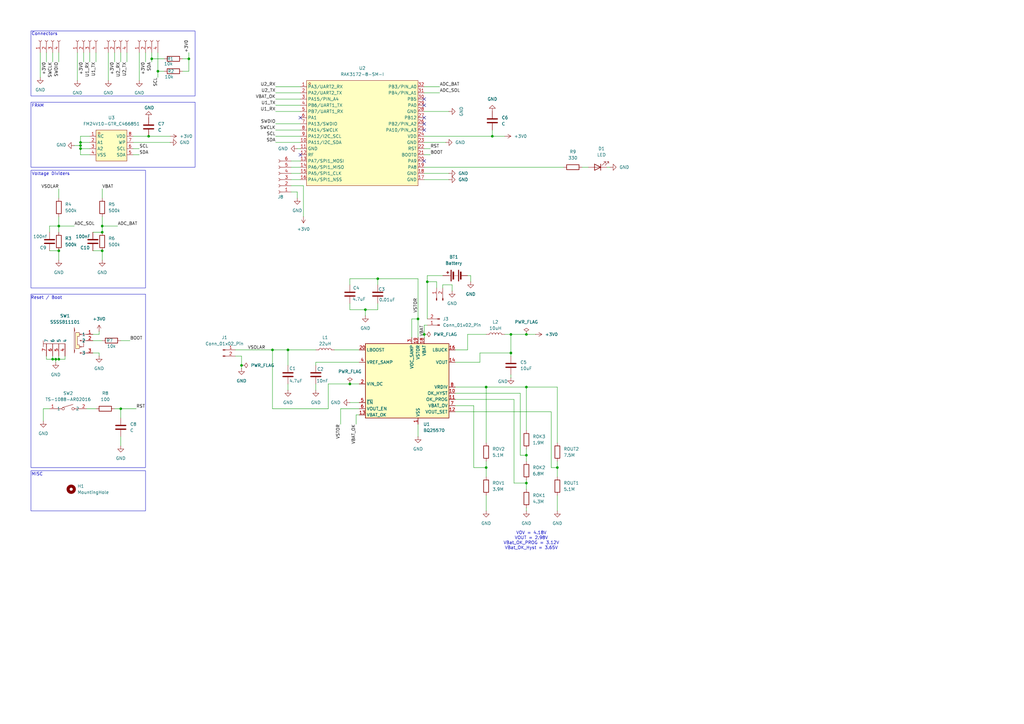
<source format=kicad_sch>
(kicad_sch (version 20250114) (generator "eeschema") (generator_version "9.0")
  (paper "A3")
  (lib_symbols
    (symbol "Battery_Management:BQ25570"
      (property "Reference" "U1" (at 2.1433 -17.78 0))
      (property "Value" "BQ25570" (at 2.1433 -20.32 0))
      (symbol "BQ25570_1_1"
        (pin passive line (at -24.13 12.7 0) (length 2.54) (name "LBOOST") (number "20"))
        (pin passive line (at -24.13 7.62 0) (length 2.54) (name "VREF_SAMP") (number "4"))
        (pin power_in line (at -24.13 -1.27 0) (length 2.54) (name "VIN_DC") (number "2"))
        (pin input line (at -24.13 -8.89 0) (length 2.54) (name "~{EN}") (number "5"))
        (pin input line (at -24.13 -11.43 0) (length 2.54) (name "VOUT_EN") (number "6"))
        (pin output line (at -24.13 -13.97 0) (length 2.54) (name "VBAT_OK") (number "13"))
        (pin input line (at -2.54 17.78 270) (length 2.54) (name "VOC_SAMP") (number "3"))
        (pin power_out line (at 0 17.78 270) (length 2.54) (name "VSTOR") (number "19"))
        (pin power_in line (at 0 -17.78 90) (length 2.54) (name "VSS") (number "1"))
        (pin passive line (at 0 -17.78 90) (length 2.54) (hide yes) (name "VSS") (number "15"))
        (pin passive line (at 0 -17.78 90) (length 2.54) (hide yes) (name "VSS") (number "17"))
        (pin passive line (at 0 -17.78 90) (length 2.54) (hide yes) (name "VSS") (number "21"))
        (pin passive line (at 0 -17.78 90) (length 2.54) (hide yes) (name "VSS") (number "9"))
        (pin power_in line (at 2.54 17.78 270) (length 2.54) (name "VBAT") (number "18"))
        (pin passive line (at 15.24 12.7 180) (length 2.54) (name "LBUCK") (number "16"))
        (pin input line (at 15.24 7.62 180) (length 2.54) (name "VOUT") (number "14"))
        (pin output line (at 15.24 -2.54 180) (length 2.54) (name "VRDIV") (number "8"))
        (pin input line (at 15.24 -5.08 180) (length 2.54) (name "OK_HYST") (number "10"))
        (pin input line (at 15.24 -7.62 180) (length 2.54) (name "OK_PROG") (number "11"))
        (pin input line (at 15.24 -10.16 180) (length 2.54) (name "VBAT_OV") (number "7"))
        (pin input line (at 15.24 -12.7 180) (length 2.54) (name "VOUT_SET") (number "12"))
      )
    )
    (symbol "Connector:Conn_01x02_Pin" (pin_names (offset 1.016) (hide yes))
      (property "Reference" "J" (at 0 2.54 0))
      (property "Value" "Conn_01x02_Pin" (at 0 -5.08 0))
      (symbol "Conn_01x02_Pin_1_1"
        (pin passive line (at 5.08 0 180) (length 3.81) (name "Pin_1") (number "1"))
        (pin passive line (at 5.08 -2.54 180) (length 3.81) (name "Pin_2") (number "2"))
      )
    )
    (symbol "Connector:Conn_01x04_Socket" (pin_names (offset 1.016) (hide yes))
      (property "Reference" "J" (at 0 5.08 0))
      (property "Value" "Conn_01x04_Socket" (at 0 -7.62 0))
      (symbol "Conn_01x04_Socket_1_1"
        (pin passive line (at -5.08 2.54 0) (length 3.81) (name "Pin_1") (number "1"))
        (pin passive line (at -5.08 0 0) (length 3.81) (name "Pin_2") (number "2"))
        (pin passive line (at -5.08 -2.54 0) (length 3.81) (name "Pin_3") (number "3"))
        (pin passive line (at -5.08 -5.08 0) (length 3.81) (name "Pin_4") (number "4"))
      )
    )
    (symbol "Connector:Conn_01x06_Socket" (pin_names (offset 1.016) (hide yes))
      (property "Reference" "J" (at 0 7.62 0))
      (property "Value" "Conn_01x06_Socket" (at 0 -10.16 0))
      (symbol "Conn_01x06_Socket_1_1"
        (pin passive line (at -5.08 5.08 0) (length 3.81) (name "Pin_1") (number "1"))
        (pin passive line (at -5.08 2.54 0) (length 3.81) (name "Pin_2") (number "2"))
        (pin passive line (at -5.08 0 0) (length 3.81) (name "Pin_3") (number "3"))
        (pin passive line (at -5.08 -2.54 0) (length 3.81) (name "Pin_4") (number "4"))
        (pin passive line (at -5.08 -5.08 0) (length 3.81) (name "Pin_5") (number "5"))
        (pin passive line (at -5.08 -7.62 0) (length 3.81) (name "Pin_6") (number "6"))
      )
    )
    (symbol "Device:Battery" (pin_numbers (hide yes)) (pin_names (offset 0) (hide yes))
      (property "Reference" "BT" (at 2.54 2.54 0))
      (property "Value" "Battery" (at 2.54 0 0))
      (symbol "Battery_1_1"
        (pin passive line (at 0 5.08 270) (length 2.54) (name "+") (number "1"))
        (pin passive line (at 0 -5.08 90) (length 2.54) (name "-") (number "2"))
      )
    )
    (symbol "Device:C" (pin_numbers (hide yes)) (pin_names (offset 0.254))
      (property "Reference" "C" (at 0.635 2.54 0))
      (property "Value" "C" (at 0.635 -2.54 0))
      (symbol "C_1_1"
        (pin passive line (at 0 3.81 270) (length 2.794) (name "~") (number "1"))
        (pin passive line (at 0 -3.81 90) (length 2.794) (name "~") (number "2"))
      )
    )
    (symbol "Device:L" (pin_numbers (hide yes)) (pin_names (offset 1.016) (hide yes))
      (property "Reference" "L" (at -1.27 0 90))
      (property "Value" "L" (at 1.905 0 90))
      (symbol "L_1_1"
        (pin passive line (at 0 3.81 270) (length 1.27) (name "1") (number "1"))
        (pin passive line (at 0 -3.81 90) (length 1.27) (name "2") (number "2"))
      )
    )
    (symbol "Device:LED" (pin_numbers (hide yes)) (pin_names (offset 1.016) (hide yes))
      (property "Reference" "D" (at 0 2.54 0))
      (property "Value" "LED" (at 0 -2.54 0))
      (symbol "LED_1_1"
        (pin passive line (at -3.81 0 0) (length 2.54) (name "K") (number "1"))
        (pin passive line (at 3.81 0 180) (length 2.54) (name "A") (number "2"))
      )
    )
    (symbol "Device:R" (pin_numbers (hide yes)) (pin_names (offset 0))
      (property "Reference" "R" (at 2.032 0 90))
      (property "Value" "R" (at 0 0 90))
      (symbol "R_1_1"
        (pin passive line (at 0 3.81 270) (length 1.27) (name "~") (number "1"))
        (pin passive line (at 0 -3.81 90) (length 1.27) (name "~") (number "2"))
      )
    )
    (symbol "Mechanical:MountingHole" (pin_names (offset 1.016)) (in_bom no)
      (property "Reference" "H" (at 0 5.08 0))
      (property "Value" "MountingHole" (at 0 3.175 0))
    )
    (symbol "SolarMeshRepeater_Lib:FM24V10-GTR_C466851"
      (property "Reference" "U" (at 0 8.89 0))
      (property "Value" "FM24V10-GTR_C466851" (at 0 -8.89 0))
      (symbol "FM24V10-GTR_C466851_0_1"
        (pin passive line (at -8.89 3.81 0) (length 2.54) (name "NC") (number "1"))
        (pin passive line (at -8.89 1.27 0) (length 2.54) (name "A1") (number "2"))
        (pin passive line (at -8.89 -1.27 0) (length 2.54) (name "A2") (number "3"))
        (pin passive line (at -8.89 -3.81 0) (length 2.54) (name "VSS") (number "4"))
        (pin passive line (at 8.89 3.81 180) (length 2.54) (name "VDD") (number "8"))
        (pin passive line (at 8.89 1.27 180) (length 2.54) (name "WP") (number "7"))
        (pin passive line (at 8.89 -1.27 180) (length 2.54) (name "SCL") (number "6"))
        (pin passive line (at 8.89 -3.81 180) (length 2.54) (name "SDA") (number "5"))
      )
    )
    (symbol "SolarMeshRepeater_Lib:RAK3172-8-SM-I"
      (property "Reference" "U" (at 0 24.13 0))
      (property "Value" "RAK3172-8-SM-I" (at 0 -24.13 0))
      (symbol "RAK3172-8-SM-I_0_1"
        (pin passive line (at -25.4 19.05 0) (length 2.54) (name "PA3/UART2_RX") (number "1"))
        (pin passive line (at -25.4 16.51 0) (length 2.54) (name "PA2/UART2_TX") (number "2"))
        (pin passive line (at -25.4 13.97 0) (length 2.54) (name "PA15/PIN_A4") (number "3"))
        (pin passive line (at -25.4 11.43 0) (length 2.54) (name "PB6/UART1_TX") (number "4"))
        (pin passive line (at -25.4 8.89 0) (length 2.54) (name "PB7/UART1_RX") (number "5"))
        (pin passive line (at -25.4 6.35 0) (length 2.54) (name "PA1") (number "6"))
        (pin passive line (at -25.4 3.81 0) (length 2.54) (name "PA13/SWDIO") (number "7"))
        (pin passive line (at -25.4 1.27 0) (length 2.54) (name "PA14/SWCLK") (number "8"))
        (pin passive line (at -25.4 -1.27 0) (length 2.54) (name "PA12/I2C_SCL") (number "9"))
        (pin passive line (at -25.4 -3.81 0) (length 2.54) (name "PA11/I2C_SDA") (number "10"))
        (pin passive line (at -25.4 -6.35 0) (length 2.54) (name "GND") (number "11"))
        (pin passive line (at -25.4 -8.89 0) (length 2.54) (name "RF") (number "12"))
        (pin passive line (at -25.4 -11.43 0) (length 2.54) (name "PA7/SPI1_MOSI") (number "13"))
        (pin passive line (at -25.4 -13.97 0) (length 2.54) (name "PA6/SPI1_MISO") (number "14"))
        (pin passive line (at -25.4 -16.51 0) (length 2.54) (name "PA5/SPI1_CLK") (number "15"))
        (pin passive line (at -25.4 -19.05 0) (length 2.54) (name "PA4/SPI1_NSS") (number "16"))
        (pin passive line (at 25.4 19.05 180) (length 2.54) (name "PB3/PIN_A0") (number "32"))
        (pin passive line (at 25.4 16.51 180) (length 2.54) (name "PB4/PIN_A1") (number "31"))
        (pin passive line (at 25.4 13.97 180) (length 2.54) (name "PB5") (number "30"))
        (pin passive line (at 25.4 11.43 180) (length 2.54) (name "PA0") (number "29"))
        (pin passive line (at 25.4 8.89 180) (length 2.54) (name "GND") (number "28"))
        (pin passive line (at 25.4 6.35 180) (length 2.54) (name "PB12") (number "27"))
        (pin passive line (at 25.4 3.81 180) (length 2.54) (name "PB2/PIN_A2") (number "26"))
        (pin passive line (at 25.4 1.27 180) (length 2.54) (name "PA10/PIN_A3") (number "25"))
        (pin passive line (at 25.4 -1.27 180) (length 2.54) (name "VDD") (number "24"))
        (pin passive line (at 25.4 -3.81 180) (length 2.54) (name "GND") (number "23"))
        (pin passive line (at 25.4 -6.35 180) (length 2.54) (name "RST") (number "22"))
        (pin passive line (at 25.4 -8.89 180) (length 2.54) (name "BOOT0") (number "21"))
        (pin passive line (at 25.4 -11.43 180) (length 2.54) (name "PA9") (number "20"))
        (pin passive line (at 25.4 -13.97 180) (length 2.54) (name "PA8") (number "19"))
        (pin passive line (at 25.4 -16.51 180) (length 2.54) (name "GND") (number "18"))
        (pin passive line (at 25.4 -19.05 180) (length 2.54) (name "GND") (number "17"))
      )
    )
    (symbol "SolarMeshRepeater_Lib:SSSS811101"
      (property "Reference" "SW" (at 0 8.89 0))
      (property "Value" "SSSS811101" (at 0 -20.32 0))
      (symbol "SSSS811101_0_1"
        (pin passive line (at -1.27 3.81 270) (length 2.54) (name "1") (number "1"))
        (pin passive line (at 1.27 3.81 270) (length 2.54) (name "2") (number "2"))
        (pin passive line (at 6.35 3.81 270) (length 2.54) (name "3") (number "3"))
        (pin passive line (at 7.62 -7.62 180) (length 5.08) (name "4") (number "4"))
        (pin passive line (at 7.62 -10.16 180) (length 5.08) (name "5") (number "5"))
        (pin passive line (at 7.62 -12.7 180) (length 5.08) (name "6") (number "6"))
        (pin passive line (at 7.62 -15.24 180) (length 5.08) (name "7") (number "7"))
      )
    )
    (symbol "SolarMeshRepeater_Lib:TS-1088-AR02016"
      (property "Reference" "SW" (at 0 5.08 0))
      (property "Value" "TS-1088-AR02016" (at 0 -5.08 0))
      (symbol "TS-1088-AR02016_0_1"
        (pin passive line (at -7.62 0 0) (length 2.54) (name "1") (number "1"))
        (pin passive line (at 7.62 0 180) (length 2.54) (name "2") (number "2"))
      )
    )
    (symbol "power:+3V0" (power) (pin_numbers (hide yes)) (pin_names (offset 0) (hide yes))
      (property "Value" "+3V0" (at 0 3.556 0))
      (symbol "+3V0_1_1"
        (pin power_in line (at 0 0 90) (length 0) (name "~") (number "1"))
      )
    )
    (symbol "power:+3V3" (power) (pin_numbers (hide yes)) (pin_names (offset 0) (hide yes))
      (property "Value" "+3V3" (at 0 3.556 0))
      (symbol "+3V3_1_1"
        (pin power_in line (at 0 0 90) (length 0) (name "~") (number "1"))
      )
    )
    (symbol "power:GND" (power) (pin_numbers (hide yes)) (pin_names (offset 0) (hide yes))
      (property "Value" "GND" (at 0 -3.81 0))
      (symbol "GND_1_1"
        (pin power_in line (at 0 0 270) (length 0) (name "~") (number "1"))
      )
    )
    (symbol "power:PWR_FLAG" (power) (pin_numbers (hide yes)) (pin_names (offset 0) (hide yes))
      (property "Value" "PWR_FLAG" (at 0 3.81 0))
      (symbol "PWR_FLAG_0_0"
        (pin power_out line (at 0 0 90) (length 0) (name "~") (number "1"))
      )
    )
  )
  (rectangle (start 12.7 69.85) (end 59.69 118.11))
  (rectangle (start 12.7 193.04) (end 59.69 209.55))
  (rectangle (start 12.7 12.7) (end 80.01 39.37))
  (rectangle (start 12.7 41.91) (end 80.01 68.58))
  (rectangle (start 12.7 120.65) (end 59.69 191.77))
  (text "MISC" (at 15.24 194.564 0) (effects (font (size 1.27 1.27))))
  (text "Connectors" (at 18.288 13.97 0) (effects (font (size 1.27 1.27))))
  (text "Reset / Boot" (at 19.05 122.174 0) (effects (font (size 1.27 1.27))))
  (text "VOV = 4.18V\nVOUT = 2.98V\nVBat_OK_PROG = 3.12V\nVBat_OK_Hyst = 3.65V" (at 217.932 221.742 0) (effects (font (size 1.27 1.27))))
  (text "Voltage Dividers" (at 20.828 71.374 0) (effects (font (size 1.27 1.27))))
  (text "FRAM" (at 15.494 43.434 0) (effects (font (size 1.27 1.27))))
  (junction (at 49.53 167.64))
  (junction (at 228.6 191.77))
  (junction (at 215.9 186.69))
  (junction (at 215.9 137.16))
  (junction (at 62.23 24.13))
  (junction (at 171.45 130.81))
  (junction (at 99.06 149.86))
  (junction (at 209.55 144.78))
  (junction (at 33.02 60.96))
  (junction (at 201.93 55.88))
  (junction (at 41.91 102.87))
  (junction (at 33.02 58.42))
  (junction (at 199.39 191.77))
  (junction (at 41.91 95.25))
  (junction (at 21.59 147.32))
  (junction (at 175.26 115.57))
  (junction (at 111.76 143.51))
  (junction (at 41.91 92.71))
  (junction (at 33.02 59.69))
  (junction (at 209.55 137.16))
  (junction (at 77.47 24.13))
  (junction (at 24.13 92.71))
  (junction (at 149.86 127))
  (junction (at 60.96 55.88))
  (junction (at 143.51 157.48))
  (junction (at 64.77 29.21))
  (junction (at 215.9 158.75))
  (junction (at 22.86 147.32))
  (junction (at 199.39 158.75))
  (junction (at 24.13 147.32))
  (junction (at 118.11 143.51))
  (junction (at 154.94 114.3))
  (junction (at 24.13 102.87))
  (junction (at 215.9 198.12))
  (junction (at 173.99 137.16))
  (no_connect (at 173.99 53.34))
  (no_connect (at 173.99 43.18))
  (no_connect (at 173.99 40.64))
  (no_connect (at 123.19 63.5))
  (no_connect (at 173.99 50.8))
  (no_connect (at 123.19 48.26))
  (no_connect (at 173.99 48.26))
  (no_connect (at 173.99 66.04))
  (wire (pts (xy 134.62 167.64) (xy 134.62 157.48)))
  (wire (pts (xy 118.11 157.48) (xy 118.11 160.02)))
  (wire (pts (xy 77.47 29.21) (xy 74.93 29.21)))
  (wire (pts (xy 24.13 146.05) (xy 24.13 147.32)))
  (wire (pts (xy 175.26 115.57) (xy 179.07 115.57)))
  (wire (pts (xy 173.99 60.96) (xy 176.53 60.96)))
  (wire (pts (xy 118.11 143.51) (xy 129.54 143.51)))
  (wire (pts (xy 124.46 76.2) (xy 124.46 88.9)))
  (wire (pts (xy 146.05 170.18) (xy 146.05 173.99)))
  (wire (pts (xy 19.05 146.05) (xy 19.05 147.32)))
  (wire (pts (xy 54.61 58.42) (xy 69.85 58.42)))
  (wire (pts (xy 24.13 102.87) (xy 24.13 106.68)))
  (wire (pts (xy 196.85 148.59) (xy 196.85 144.78)))
  (wire (pts (xy 44.45 21.59) (xy 44.45 33.02)))
  (wire (pts (xy 173.99 68.58) (xy 231.14 68.58)))
  (wire (pts (xy 191.77 137.16) (xy 191.77 143.51)))
  (wire (pts (xy 20.32 167.64) (xy 17.78 167.64)))
  (wire (pts (xy 199.39 191.77) (xy 199.39 195.58)))
  (wire (pts (xy 147.32 148.59) (xy 129.54 148.59)))
  (wire (pts (xy 24.13 92.71) (xy 24.13 95.25)))
  (wire (pts (xy 77.47 24.13) (xy 74.93 24.13)))
  (wire (pts (xy 181.61 118.11) (xy 181.61 116.84)))
  (wire (pts (xy 34.29 21.59) (xy 34.29 25.4)))
  (wire (pts (xy 210.82 163.83) (xy 210.82 198.12)))
  (wire (pts (xy 41.91 92.71) (xy 41.91 95.25)))
  (wire (pts (xy 199.39 158.75) (xy 199.39 181.61)))
  (wire (pts (xy 171.45 114.3) (xy 171.45 130.81)))
  (wire (pts (xy 35.56 167.64) (xy 39.37 167.64)))
  (wire (pts (xy 52.07 21.59) (xy 52.07 25.4)))
  (wire (pts (xy 33.02 60.96) (xy 36.83 60.96)))
  (wire (pts (xy 119.38 78.74) (xy 121.92 78.74)))
  (wire (pts (xy 213.36 186.69) (xy 215.9 186.69)))
  (wire (pts (xy 186.69 161.29) (xy 213.36 161.29)))
  (wire (pts (xy 199.39 203.2) (xy 199.39 209.55)))
  (wire (pts (xy 24.13 88.9) (xy 24.13 92.71)))
  (wire (pts (xy 119.38 76.2) (xy 124.46 76.2)))
  (wire (pts (xy 213.36 161.29) (xy 213.36 186.69)))
  (wire (pts (xy 173.99 55.88) (xy 201.93 55.88)))
  (wire (pts (xy 199.39 158.75) (xy 215.9 158.75)))
  (wire (pts (xy 33.02 59.69) (xy 33.02 60.96)))
  (wire (pts (xy 171.45 130.81) (xy 171.45 138.43)))
  (wire (pts (xy 228.6 158.75) (xy 228.6 181.61)))
  (wire (pts (xy 201.93 55.88) (xy 207.01 55.88)))
  (wire (pts (xy 186.69 148.59) (xy 196.85 148.59)))
  (wire (pts (xy 226.06 191.77) (xy 228.6 191.77)))
  (wire (pts (xy 31.75 21.59) (xy 31.75 33.02)))
  (wire (pts (xy 129.54 157.48) (xy 129.54 160.02)))
  (wire (pts (xy 19.05 21.59) (xy 19.05 25.4)))
  (wire (pts (xy 173.99 45.72) (xy 184.15 45.72)))
  (wire (pts (xy 49.53 179.07) (xy 49.53 182.88)))
  (wire (pts (xy 46.99 21.59) (xy 46.99 25.4)))
  (wire (pts (xy 199.39 189.23) (xy 199.39 191.77)))
  (wire (pts (xy 20.32 102.87) (xy 24.13 102.87)))
  (wire (pts (xy 119.38 68.58) (xy 123.19 68.58)))
  (wire (pts (xy 49.53 21.59) (xy 49.53 25.4)))
  (wire (pts (xy 215.9 196.85) (xy 215.9 198.12)))
  (wire (pts (xy 168.91 130.81) (xy 171.45 130.81)))
  (wire (pts (xy 171.45 173.99) (xy 171.45 179.07)))
  (wire (pts (xy 62.23 21.59) (xy 62.23 24.13)))
  (wire (pts (xy 228.6 191.77) (xy 228.6 195.58)))
  (wire (pts (xy 24.13 77.47) (xy 24.13 81.28)))
  (wire (pts (xy 194.31 191.77) (xy 199.39 191.77)))
  (wire (pts (xy 118.11 149.86) (xy 118.11 143.51)))
  (wire (pts (xy 59.69 21.59) (xy 59.69 25.4)))
  (wire (pts (xy 207.01 137.16) (xy 209.55 137.16)))
  (wire (pts (xy 113.03 38.1) (xy 123.19 38.1)))
  (wire (pts (xy 64.77 29.21) (xy 64.77 31.75)))
  (wire (pts (xy 226.06 168.91) (xy 226.06 191.77)))
  (wire (pts (xy 33.02 60.96) (xy 33.02 63.5)))
  (wire (pts (xy 57.15 21.59) (xy 57.15 33.02)))
  (wire (pts (xy 209.55 137.16) (xy 209.55 144.78)))
  (wire (pts (xy 49.53 167.64) (xy 55.88 167.64)))
  (wire (pts (xy 194.31 166.37) (xy 194.31 191.77)))
  (wire (pts (xy 186.69 166.37) (xy 194.31 166.37)))
  (wire (pts (xy 113.03 55.88) (xy 123.19 55.88)))
  (wire (pts (xy 26.67 147.32) (xy 26.67 146.05)))
  (wire (pts (xy 175.26 115.57) (xy 175.26 130.81)))
  (wire (pts (xy 99.06 149.86) (xy 99.06 151.13)))
  (wire (pts (xy 173.99 133.35) (xy 173.99 137.16)))
  (wire (pts (xy 22.86 147.32) (xy 24.13 147.32)))
  (wire (pts (xy 186.69 168.91) (xy 226.06 168.91)))
  (wire (pts (xy 209.55 144.78) (xy 209.55 146.05)))
  (wire (pts (xy 111.76 143.51) (xy 118.11 143.51)))
  (wire (pts (xy 38.1 102.87) (xy 41.91 102.87)))
  (wire (pts (xy 36.83 55.88) (xy 33.02 55.88)))
  (wire (pts (xy 173.99 58.42) (xy 182.88 58.42)))
  (wire (pts (xy 22.86 147.32) (xy 22.86 148.59)))
  (wire (pts (xy 191.77 137.16) (xy 199.39 137.16)))
  (wire (pts (xy 62.23 24.13) (xy 62.23 25.4)))
  (wire (pts (xy 57.15 63.5) (xy 54.61 63.5)))
  (wire (pts (xy 248.92 68.58) (xy 250.19 68.58)))
  (wire (pts (xy 154.94 114.3) (xy 171.45 114.3)))
  (wire (pts (xy 215.9 184.15) (xy 215.9 186.69)))
  (wire (pts (xy 173.99 73.66) (xy 184.15 73.66)))
  (wire (pts (xy 33.02 58.42) (xy 33.02 59.69)))
  (wire (pts (xy 33.02 58.42) (xy 36.83 58.42)))
  (wire (pts (xy 41.91 102.87) (xy 41.91 106.68)))
  (wire (pts (xy 185.42 116.84) (xy 185.42 119.38)))
  (wire (pts (xy 143.51 127) (xy 143.51 124.46)))
  (wire (pts (xy 33.02 63.5) (xy 36.83 63.5)))
  (wire (pts (xy 137.16 143.51) (xy 147.32 143.51)))
  (wire (pts (xy 30.48 59.69) (xy 33.02 59.69)))
  (wire (pts (xy 113.03 50.8) (xy 123.19 50.8)))
  (wire (pts (xy 149.86 127) (xy 149.86 129.54)))
  (wire (pts (xy 41.91 77.47) (xy 41.91 81.28)))
  (wire (pts (xy 60.96 55.88) (xy 54.61 55.88)))
  (wire (pts (xy 147.32 167.64) (xy 139.7 167.64)))
  (wire (pts (xy 173.99 71.12) (xy 184.15 71.12)))
  (wire (pts (xy 17.78 167.64) (xy 17.78 172.72)))
  (wire (pts (xy 143.51 165.1) (xy 147.32 165.1)))
  (wire (pts (xy 40.64 137.16) (xy 40.64 135.89)))
  (wire (pts (xy 46.99 167.64) (xy 49.53 167.64)))
  (wire (pts (xy 99.06 146.05) (xy 99.06 149.86)))
  (wire (pts (xy 33.02 55.88) (xy 33.02 58.42)))
  (wire (pts (xy 38.1 139.7) (xy 41.91 139.7)))
  (wire (pts (xy 179.07 115.57) (xy 179.07 118.11)))
  (wire (pts (xy 121.92 60.96) (xy 123.19 60.96)))
  (wire (pts (xy 175.26 115.57) (xy 175.26 113.03)))
  (wire (pts (xy 173.99 63.5) (xy 176.53 63.5)))
  (wire (pts (xy 215.9 158.75) (xy 215.9 176.53)))
  (wire (pts (xy 113.03 35.56) (xy 123.19 35.56)))
  (wire (pts (xy 149.86 127) (xy 143.51 127)))
  (wire (pts (xy 77.47 21.59) (xy 77.47 24.13)))
  (wire (pts (xy 121.92 78.74) (xy 121.92 81.28)))
  (wire (pts (xy 193.04 115.57) (xy 193.04 113.03)))
  (wire (pts (xy 193.04 113.03) (xy 191.77 113.03)))
  (wire (pts (xy 228.6 189.23) (xy 228.6 191.77)))
  (wire (pts (xy 215.9 208.28) (xy 215.9 209.55)))
  (wire (pts (xy 24.13 21.59) (xy 24.13 25.4)))
  (wire (pts (xy 215.9 137.16) (xy 219.71 137.16)))
  (wire (pts (xy 38.1 144.78) (xy 40.64 144.78)))
  (wire (pts (xy 186.69 163.83) (xy 210.82 163.83)))
  (wire (pts (xy 111.76 143.51) (xy 111.76 167.64)))
  (wire (pts (xy 57.15 60.96) (xy 54.61 60.96)))
  (wire (pts (xy 20.32 95.25) (xy 20.32 92.71)))
  (wire (pts (xy 16.51 21.59) (xy 16.51 31.75)))
  (wire (pts (xy 24.13 92.71) (xy 30.48 92.71)))
  (wire (pts (xy 143.51 114.3) (xy 154.94 114.3)))
  (wire (pts (xy 41.91 92.71) (xy 48.26 92.71)))
  (wire (pts (xy 186.69 158.75) (xy 199.39 158.75)))
  (wire (pts (xy 129.54 148.59) (xy 129.54 149.86)))
  (wire (pts (xy 173.99 38.1) (xy 180.34 38.1)))
  (wire (pts (xy 49.53 167.64) (xy 49.53 171.45)))
  (wire (pts (xy 238.76 68.58) (xy 241.3 68.58)))
  (wire (pts (xy 209.55 137.16) (xy 215.9 137.16)))
  (wire (pts (xy 175.26 113.03) (xy 181.61 113.03)))
  (wire (pts (xy 154.94 127) (xy 149.86 127)))
  (wire (pts (xy 20.32 92.71) (xy 24.13 92.71)))
  (wire (pts (xy 215.9 198.12) (xy 215.9 200.66)))
  (wire (pts (xy 62.23 24.13) (xy 67.31 24.13)))
  (wire (pts (xy 38.1 137.16) (xy 40.64 137.16)))
  (wire (pts (xy 196.85 144.78) (xy 209.55 144.78)))
  (wire (pts (xy 36.83 21.59) (xy 36.83 25.4)))
  (wire (pts (xy 173.99 35.56) (xy 180.34 35.56)))
  (wire (pts (xy 24.13 147.32) (xy 26.67 147.32)))
  (wire (pts (xy 69.85 55.88) (xy 60.96 55.88)))
  (wire (pts (xy 21.59 147.32) (xy 22.86 147.32)))
  (wire (pts (xy 49.53 139.7) (xy 53.34 139.7)))
  (wire (pts (xy 19.05 147.32) (xy 21.59 147.32)))
  (wire (pts (xy 215.9 158.75) (xy 228.6 158.75)))
  (wire (pts (xy 41.91 88.9) (xy 41.91 92.71)))
  (wire (pts (xy 113.03 58.42) (xy 123.19 58.42)))
  (wire (pts (xy 113.03 40.64) (xy 123.19 40.64)))
  (wire (pts (xy 168.91 138.43) (xy 168.91 130.81)))
  (wire (pts (xy 21.59 146.05) (xy 21.59 147.32)))
  (wire (pts (xy 134.62 157.48) (xy 143.51 157.48)))
  (wire (pts (xy 113.03 43.18) (xy 123.19 43.18)))
  (wire (pts (xy 38.1 95.25) (xy 41.91 95.25)))
  (wire (pts (xy 209.55 153.67) (xy 209.55 154.94)))
  (wire (pts (xy 119.38 73.66) (xy 123.19 73.66)))
  (wire (pts (xy 215.9 186.69) (xy 215.9 189.23)))
  (wire (pts (xy 64.77 29.21) (xy 67.31 29.21)))
  (wire (pts (xy 143.51 157.48) (xy 147.32 157.48)))
  (wire (pts (xy 96.52 143.51) (xy 111.76 143.51)))
  (wire (pts (xy 113.03 53.34) (xy 123.19 53.34)))
  (wire (pts (xy 173.99 137.16) (xy 173.99 138.43)))
  (wire (pts (xy 64.77 21.59) (xy 64.77 29.21)))
  (wire (pts (xy 228.6 203.2) (xy 228.6 209.55)))
  (wire (pts (xy 201.93 53.34) (xy 201.93 55.88)))
  (wire (pts (xy 119.38 71.12) (xy 123.19 71.12)))
  (wire (pts (xy 173.99 133.35) (xy 175.26 133.35)))
  (wire (pts (xy 111.76 167.64) (xy 134.62 167.64)))
  (wire (pts (xy 113.03 45.72) (xy 123.19 45.72)))
  (wire (pts (xy 191.77 143.51) (xy 186.69 143.51)))
  (wire (pts (xy 21.59 21.59) (xy 21.59 25.4)))
  (wire (pts (xy 96.52 146.05) (xy 99.06 146.05)))
  (wire (pts (xy 154.94 124.46) (xy 154.94 127)))
  (wire (pts (xy 119.38 66.04) (xy 123.19 66.04)))
  (wire (pts (xy 147.32 170.18) (xy 146.05 170.18)))
  (wire (pts (xy 154.94 114.3) (xy 154.94 116.84)))
  (wire (pts (xy 143.51 116.84) (xy 143.51 114.3)))
  (wire (pts (xy 210.82 198.12) (xy 215.9 198.12)))
  (wire (pts (xy 39.37 21.59) (xy 39.37 25.4)))
  (wire (pts (xy 77.47 24.13) (xy 77.47 29.21)))
  (wire (pts (xy 139.7 167.64) (xy 139.7 173.99)))
  (wire (pts (xy 181.61 116.84) (xy 185.42 116.84)))
  (wire (pts (xy 40.64 144.78) (xy 40.64 146.05)))
  (label "ADC_BAT" (at 48.26 92.71 0))
  (label "VSTOR" (at 139.7 173.99 270))
  (label "+3V0" (at 19.05 25.4 270))
  (label "VSOLAR" (at 24.13 77.47 180))
  (label "U1_RX" (at 113.03 45.72 180))
  (label "BOOT" (at 53.34 139.7 0))
  (label "SCL" (at 64.77 31.75 270))
  (label "SDA" (at 57.15 63.5 0))
  (label "U2_RX" (at 49.53 25.4 270))
  (label "VSTOR" (at 171.45 128.27 90))
  (label "VBAT_OK" (at 146.05 173.99 270))
  (label "SDA" (at 113.03 58.42 180))
  (label "+3V0" (at 77.47 21.59 90))
  (label "RST" (at 55.88 167.64 0))
  (label "SWDIO" (at 113.03 50.8 180))
  (label "SWCLK" (at 113.03 53.34 180))
  (label "U2_TX" (at 52.07 25.4 270))
  (label "SDA" (at 62.23 25.4 270))
  (label "+3V0" (at 59.69 25.4 270))
  (label "VSOLAR" (at 101.6 143.51 0))
  (label "U1_TX" (at 39.37 25.4 270))
  (label "SWCLK" (at 21.59 25.4 270))
  (label "+3V0" (at 46.99 25.4 270))
  (label "SWDIO" (at 24.13 25.4 270))
  (label "SCL" (at 57.15 60.96 0))
  (label "U1_RX" (at 36.83 25.4 270))
  (label "ADC_BAT" (at 180.34 35.56 0))
  (label "ADC_SOL" (at 30.48 92.71 0))
  (label "ADC_SOL" (at 180.34 38.1 0))
  (label "VBAT" (at 41.91 77.47 0))
  (label "U1_TX" (at 113.03 43.18 180))
  (label "VBAT" (at 173.99 133.35 270))
  (label "U2_TX" (at 113.03 38.1 180))
  (label "+3V0" (at 34.29 25.4 270))
  (label "BOOT" (at 176.53 63.5 0))
  (label "SCL" (at 113.03 55.88 180))
  (label "U2_RX" (at 113.03 35.56 180))
  (label "VBAT_OK" (at 113.03 40.64 180))
  (label "RST" (at 176.53 60.96 0))
  (symbol (lib_id "Device:R") (at 215.9 180.34 0) (unit 1)
    (property "Reference" "ROK3" (at 218.44 179.0699 0) (effects (justify left)))
    (property "Value" "1.9M" (at 218.44 181.6099 0) (effects (justify left)))
    (property "Footprint" "Resistor_SMD:R_0603_1608Metric_Pad0.98x0.95mm_HandSolder" (effects (hide yes)))
    (property "Description" "Resistor" (effects (hide yes)))
  )
  (symbol (lib_id "Device:R") (at 228.6 199.39 0) (unit 1)
    (property "Reference" "ROUT1" (at 231.14 198.1199 0) (effects (justify left)))
    (property "Value" "5.1M" (at 231.14 200.6599 0) (effects (justify left)))
    (property "Footprint" "Resistor_SMD:R_0603_1608Metric_Pad0.98x0.95mm_HandSolder" (effects (hide yes)))
    (property "Description" "Resistor" (effects (hide yes)))
  )
  (symbol (lib_id "power:PWR_FLAG") (at 99.06 149.86 270) (unit 1)
    (property "Reference" "#FLG01" (effects (hide yes)))
    (property "Value" "PWR_FLAG" (at 102.87 149.8599 90) (effects (justify left)))
    (property "Description" "Special symbol for telling ERC where power comes from" (effects (hide yes)))
  )
  (symbol (lib_id "power:GND") (at 24.13 106.68 0) (unit 1)
    (property "Reference" "#PWR028" (effects (hide yes)))
    (property "Value" "GND" (at 24.13 111.76 0))
    (property "Description" "Power symbol creates a global label with name \"GND\" , ground" (effects (hide yes)))
  )
  (symbol (lib_id "Device:C") (at 201.93 49.53 0) (unit 1)
    (property "Reference" "C6" (at 205.74 48.2599 0) (effects (justify left)))
    (property "Value" "C" (at 205.74 50.7999 0) (effects (justify left)))
    (property "Footprint" "Capacitor_SMD:C_0805_2012Metric_Pad1.18x1.45mm_HandSolder" (effects (hide yes)))
    (property "Description" "Unpolarized capacitor" (effects (hide yes)))
  )
  (symbol (lib_id "Device:C") (at 49.53 175.26 0) (unit 1)
    (property "Reference" "C8" (at 53.34 173.9899 0) (effects (justify left)))
    (property "Value" "C" (at 53.34 176.5299 0) (effects (justify left)))
    (property "Footprint" "Capacitor_SMD:C_0603_1608Metric_Pad1.08x0.95mm_HandSolder" (effects (hide yes)))
    (property "Description" "Unpolarized capacitor" (effects (hide yes)))
  )
  (symbol (lib_id "Device:R") (at 71.12 24.13 90) (unit 1)
    (property "Reference" "R1" (at 69.85 24.13 90))
    (property "Value" "10k" (at 69.088 26.162 90))
    (property "Footprint" "Resistor_SMD:R_0603_1608Metric" (effects (hide yes)))
    (property "Description" "Resistor" (effects (hide yes)))
  )
  (symbol (lib_id "Device:L") (at 203.2 137.16 90) (unit 1)
    (property "Reference" "L2" (at 203.2 132.08 90))
    (property "Value" "10uH" (at 203.2 134.62 90))
    (property "Footprint" "SolarMeshRepeater_Lib:L1210" (effects (hide yes)))
    (property "Description" "Inductor" (effects (hide yes)))
  )
  (symbol (lib_id "Device:C") (at 60.96 52.07 0) (unit 1)
    (property "Reference" "C7" (at 64.77 50.7999 0) (effects (justify left)))
    (property "Value" "C" (at 64.77 53.3399 0) (effects (justify left)))
    (property "Footprint" "Capacitor_SMD:C_0805_2012Metric_Pad1.18x1.45mm_HandSolder" (effects (hide yes)))
    (property "Description" "Unpolarized capacitor" (effects (hide yes)))
  )
  (symbol (lib_id "SolarMeshRepeater_Lib:SSSS811101") (at 34.29 138.43 270) (unit 1)
    (property "Reference" "SW1" (at 26.67 129.54 90))
    (property "Value" "SSSS811101" (at 26.67 132.08 90))
    (property "Footprint" "SolarMeshRepeater_Lib:SW-SMD_SSSS811101" (effects (hide yes)))
    (property "Datasheet" "https://lcsc.com/product-detail/Toggle-Switches_ALPS_SSSS811101_SSSS811101_C109335.html" (effects (hide yes)))
    (property "LCSC Part" "C109335" (effects (hide yes)))
  )
  (symbol (lib_id "power:GND") (at 250.19 68.58 90) (unit 1)
    (property "Reference" "#PWR035" (effects (hide yes)))
    (property "Value" "GND" (at 254 68.5799 90) (effects (justify right)))
    (property "Description" "Power symbol creates a global label with name \"GND\" , ground" (effects (hide yes)))
  )
  (symbol (lib_id "Device:C") (at 118.11 153.67 0) (unit 1)
    (property "Reference" "C1" (at 118.618 151.13 0) (effects (justify left)))
    (property "Value" "4.7uF" (at 118.618 156.21 0) (effects (justify left)))
    (property "Footprint" "Capacitor_SMD:C_0805_2012Metric_Pad1.18x1.45mm_HandSolder" (effects (hide yes)))
    (property "Description" "Unpolarized capacitor" (effects (hide yes)))
  )
  (symbol (lib_id "Mechanical:MountingHole") (at 29.21 200.66 0) (unit 1) (in_bom no)
    (property "Reference" "H1" (at 31.75 199.3899 0) (effects (justify left)))
    (property "Value" "MountingHole" (at 31.75 201.9299 0) (effects (justify left)))
    (property "Footprint" "MountingHole:MountingHole_2.2mm_M2" (effects (hide yes)))
    (property "Description" "Mounting Hole without connection" (effects (hide yes)))
  )
  (symbol (lib_id "power:GND") (at 201.93 45.72 180) (unit 1)
    (property "Reference" "#PWR022" (effects (hide yes)))
    (property "Value" "GND" (at 201.93 40.64 0))
    (property "Description" "Power symbol creates a global label with name \"GND\" , ground" (effects (hide yes)))
  )
  (symbol (lib_id "power:GND") (at 40.64 146.05 0) (unit 1)
    (property "Reference" "#PWR030" (effects (hide yes)))
    (property "Value" "GND" (at 40.64 151.13 0))
    (property "Description" "Power symbol creates a global label with name \"GND\" , ground" (effects (hide yes)))
  )
  (symbol (lib_id "power:+3V0") (at 40.64 135.89 0) (unit 1)
    (property "Reference" "#PWR031" (effects (hide yes)))
    (property "Value" "+3V0" (at 40.64 130.81 0))
    (property "Description" "Power symbol creates a global label with name \"+3V0\"" (effects (hide yes)))
  )
  (symbol (lib_id "SolarMeshRepeater_Lib:TS-1088-AR02016") (at 27.94 167.64 0) (unit 1)
    (property "Reference" "SW2" (at 27.94 161.29 0))
    (property "Value" "TS-1088-AR02016" (at 27.94 163.83 0))
    (property "Footprint" "SolarMeshRepeater_Lib:SW-SMD_L3.9-W3.0-P4.45" (effects (hide yes)))
    (property "Datasheet" "https://lcsc.com/product-detail/Tactile-Switches_XUNPU-TS-1088-AR02016_C720477.html" (effects (hide yes)))
    (property "LCSC Part" "C720477" (effects (hide yes)))
  )
  (symbol (lib_id "power:GND") (at 22.86 148.59 0) (unit 1)
    (property "Reference" "#PWR032" (effects (hide yes)))
    (property "Value" "GND" (at 22.86 153.67 0))
    (property "Description" "Power symbol creates a global label with name \"GND\" , ground" (effects (hide yes)))
  )
  (symbol (lib_id "Connector:Conn_01x02_Pin") (at 180.34 133.35 180) (unit 1)
    (property "Reference" "J3" (at 181.61 130.8099 0) (effects (justify right)))
    (property "Value" "Conn_01x02_Pin" (at 181.61 133.3499 0) (effects (justify right)))
    (property "Footprint" "Connector_PinHeader_2.54mm:PinHeader_1x02_P2.54mm_Vertical" (effects (hide yes)))
    (property "Description" "Generic connector, single row, 01x02, script generated" (effects (hide yes)))
  )
  (symbol (lib_id "power:PWR_FLAG") (at 215.9 137.16 0) (unit 1)
    (property "Reference" "#FLG03" (effects (hide yes)))
    (property "Value" "PWR_FLAG" (at 215.9 132.08 0))
    (property "Description" "Special symbol for telling ERC where power comes from" (effects (hide yes)))
  )
  (symbol (lib_id "power:GND") (at 44.45 33.02 0) (unit 1)
    (property "Reference" "#PWR024" (effects (hide yes)))
    (property "Value" "GND" (at 44.45 38.1 0))
    (property "Description" "Power symbol creates a global label with name \"GND\" , ground" (effects (hide yes)))
  )
  (symbol (lib_id "power:+3V3") (at 69.85 55.88 270) (unit 1)
    (property "Reference" "#PWR014" (effects (hide yes)))
    (property "Value" "+3V0" (at 73.66 55.8799 90) (effects (justify left)))
    (property "Description" "Power symbol creates a global label with name \"+3V3\"" (effects (hide yes)))
  )
  (symbol (lib_id "power:GND") (at 57.15 33.02 0) (unit 1)
    (property "Reference" "#PWR025" (effects (hide yes)))
    (property "Value" "GND" (at 57.15 38.1 0))
    (property "Description" "Power symbol creates a global label with name \"GND\" , ground" (effects (hide yes)))
  )
  (symbol (lib_id "Battery_Management:BQ25570") (at 171.45 156.21 0) (unit 1)
    (property "Reference" "U1" (at 173.5933 173.99 0) (effects (justify left)))
    (property "Value" "BQ25570" (at 173.5933 176.53 0) (effects (justify left)))
    (property "Footprint" "Package_DFN_QFN:QFN-20-1EP_3.5x3.5mm_P0.5mm_EP2x2mm" (effects (hide yes)))
    (property "Datasheet" "http://www.ti.com/lit/ds/symlink/bq25570.pdf" (effects (hide yes)))
    (property "Description" "Nano Power Boost Charger and Buck Converter for Energy Harvester Powered Applications, QFN-20" (effects (hide yes)))
  )
  (symbol (lib_id "power:+3V0") (at 219.71 137.16 270) (unit 1)
    (property "Reference" "#PWR010" (effects (hide yes)))
    (property "Value" "+3V0" (at 223.52 137.1599 90) (effects (justify left)))
    (property "Description" "Power symbol creates a global label with name \"+3V0\"" (effects (hide yes)))
  )
  (symbol (lib_id "power:GND") (at 16.51 31.75 0) (unit 1)
    (property "Reference" "#PWR015" (effects (hide yes)))
    (property "Value" "GND" (at 16.51 36.83 0))
    (property "Description" "Power symbol creates a global label with name \"GND\" , ground" (effects (hide yes)))
  )
  (symbol (lib_id "power:GND") (at 121.92 60.96 270) (unit 1)
    (property "Reference" "#PWR017" (effects (hide yes)))
    (property "Value" "GND" (at 118.11 60.9599 90) (effects (justify right)))
    (property "Description" "Power symbol creates a global label with name \"GND\" , ground" (effects (hide yes)))
  )
  (symbol (lib_id "power:GND") (at 41.91 106.68 0) (unit 1)
    (property "Reference" "#PWR029" (effects (hide yes)))
    (property "Value" "GND" (at 41.91 111.76 0))
    (property "Description" "Power symbol creates a global label with name \"GND\" , ground" (effects (hide yes)))
  )
  (symbol (lib_id "power:GND") (at 184.15 73.66 90) (unit 1)
    (property "Reference" "#PWR019" (effects (hide yes)))
    (property "Value" "GND" (at 187.96 73.6599 90) (effects (justify right)))
    (property "Description" "Power symbol creates a global label with name \"GND\" , ground" (effects (hide yes)))
  )
  (symbol (lib_id "power:GND") (at 17.78 172.72 0) (unit 1)
    (property "Reference" "#PWR033" (effects (hide yes)))
    (property "Value" "GND" (at 17.78 177.8 0))
    (property "Description" "Power symbol creates a global label with name \"GND\" , ground" (effects (hide yes)))
  )
  (symbol (lib_id "Device:R") (at 228.6 185.42 0) (unit 1)
    (property "Reference" "ROUT2" (at 231.14 184.1499 0) (effects (justify left)))
    (property "Value" "7.5M" (at 231.14 186.6899 0) (effects (justify left)))
    (property "Footprint" "Resistor_SMD:R_0603_1608Metric_Pad0.98x0.95mm_HandSolder" (effects (hide yes)))
    (property "Description" "Resistor" (effects (hide yes)))
  )
  (symbol (lib_id "Device:R") (at 41.91 99.06 0) (unit 1)
    (property "Reference" "R6" (at 44.45 97.7899 0) (effects (justify left)))
    (property "Value" "500k" (at 44.45 100.3299 0) (effects (justify left)))
    (property "Footprint" "Resistor_SMD:R_0603_1608Metric_Pad0.98x0.95mm_HandSolder" (effects (hide yes)))
    (property "Description" "Resistor" (effects (hide yes)))
  )
  (symbol (lib_id "Device:C") (at 38.1 99.06 180) (unit 1)
    (property "Reference" "C10" (at 36.83 101.6 0) (effects (justify left)))
    (property "Value" "100nF" (at 37.084 97.028 0) (effects (justify left)))
    (property "Footprint" "Capacitor_SMD:C_0603_1608Metric_Pad1.08x0.95mm_HandSolder" (effects (hide yes)))
    (property "Description" "Unpolarized capacitor" (effects (hide yes)))
  )
  (symbol (lib_id "power:GND") (at 184.15 71.12 90) (unit 1)
    (property "Reference" "#PWR018" (effects (hide yes)))
    (property "Value" "GND" (at 187.96 71.1199 90) (effects (justify right)))
    (property "Description" "Power symbol creates a global label with name \"GND\" , ground" (effects (hide yes)))
  )
  (symbol (lib_id "Connector:Conn_01x04_Socket") (at 46.99 16.51 90) (unit 1)
    (property "Reference" "J6" (effects (hide yes)))
    (property "Value" "Conn_01x04_Socket" (effects (hide yes)))
    (property "Footprint" "Connector_JST:JST_PH_B4B-PH-K_1x04_P2.00mm_Vertical" (effects (hide yes)))
    (property "Description" "Generic connector, single row, 01x04, script generated" (effects (hide yes)))
  )
  (symbol (lib_id "Connector:Conn_01x02_Pin") (at 91.44 143.51 0) (unit 1)
    (property "Reference" "J1" (at 92.075 138.43 0))
    (property "Value" "Conn_01x02_Pin" (at 92.075 140.97 0))
    (property "Footprint" "Connector_JST:JST_PH_B2B-PH-K_1x02_P2.00mm_Vertical" (effects (hide yes)))
    (property "Description" "Generic connector, single row, 01x02, script generated" (effects (hide yes)))
  )
  (symbol (lib_id "Device:R") (at 199.39 185.42 0) (unit 1) (in_bom no)
    (property "Reference" "ROV2" (at 201.93 184.1499 0) (effects (justify left)))
    (property "Value" "5.1M" (at 201.93 186.6899 0) (effects (justify left)))
    (property "Footprint" "Resistor_SMD:R_0603_1608Metric_Pad0.98x0.95mm_HandSolder" (effects (hide yes)))
    (property "Description" "Resistor" (effects (hide yes)))
  )
  (symbol (lib_id "power:GND") (at 215.9 209.55 0) (unit 1)
    (property "Reference" "#PWR09" (effects (hide yes)))
    (property "Value" "GND" (at 215.9 214.63 0))
    (property "Description" "Power symbol creates a global label with name \"GND\" , ground" (effects (hide yes)))
  )
  (symbol (lib_id "Device:LED") (at 245.11 68.58 180) (unit 1)
    (property "Reference" "D1" (at 246.6975 60.96 0))
    (property "Value" "LED" (at 246.6975 63.5 0))
    (property "Footprint" "LED_SMD:LED_0603_1608Metric" (effects (hide yes)))
    (property "Description" "Light emitting diode" (effects (hide yes)))
    (property "Sim.Pins" "1=K 2=A" (effects (hide yes)))
  )
  (symbol (lib_id "power:GND") (at 185.42 119.38 0) (unit 1)
    (property "Reference" "#PWR012" (effects (hide yes)))
    (property "Value" "GND" (at 185.42 124.46 0))
    (property "Description" "Power symbol creates a global label with name \"GND\" , ground" (effects (hide yes)))
  )
  (symbol (lib_id "Connector:Conn_01x04_Socket") (at 34.29 16.51 90) (unit 1)
    (property "Reference" "J5" (effects (hide yes)))
    (property "Value" "Conn_01x04_Socket" (effects (hide yes)))
    (property "Footprint" "Connector_JST:JST_PH_B4B-PH-K_1x04_P2.00mm_Vertical" (effects (hide yes)))
    (property "Description" "Generic connector, single row, 01x04, script generated" (effects (hide yes)))
  )
  (symbol (lib_id "power:GND") (at 99.06 151.13 0) (unit 1)
    (property "Reference" "#PWR01" (effects (hide yes)))
    (property "Value" "GND" (at 99.06 156.21 0))
    (property "Description" "Power symbol creates a global label with name \"GND\" , ground" (effects (hide yes)))
  )
  (symbol (lib_id "Device:Battery") (at 186.69 113.03 90) (unit 1)
    (property "Reference" "BT1" (at 186.1185 105.41 90))
    (property "Value" "Battery" (at 186.1185 107.95 90))
    (property "Footprint" "SolarMeshRepeater_Lib:501010" (effects (hide yes)))
    (property "Description" "Multiple-cell battery" (effects (hide yes)))
  )
  (symbol (lib_id "power:GND") (at 30.48 59.69 270) (unit 1)
    (property "Reference" "#PWR026" (effects (hide yes)))
    (property "Value" "GND" (at 27.178 59.436 90) (effects (justify right)))
    (property "Description" "Power symbol creates a global label with name \"GND\" , ground" (effects (hide yes)))
  )
  (symbol (lib_id "SolarMeshRepeater_Lib:FM24V10-GTR_C466851") (at 45.72 59.69 0) (unit 1)
    (property "Reference" "U3" (at 45.72 48.26 0))
    (property "Value" "FM24V10-GTR_C466851" (at 45.72 50.8 0))
    (property "Footprint" "SolarMeshRepeater_Lib:SOIC-8_L5.0-W4.0-P1.27-LS6.0-BL" (effects (hide yes)))
    (property "Datasheet" "https://lcsc.com/product-detail/FRAM_Cypress-Semicon-FM24V10-GTR_C466851.html" (effects (hide yes)))
    (property "LCSC Part" "C466851" (effects (hide yes)))
  )
  (symbol (lib_id "power:+3V0") (at 207.01 55.88 270) (unit 1)
    (property "Reference" "#PWR021" (effects (hide yes)))
    (property "Value" "+3V0" (at 210.82 55.8799 90) (effects (justify left)))
    (property "Description" "Power symbol creates a global label with name \"+3V0\"" (effects (hide yes)))
  )
  (symbol (lib_id "Connector:Conn_01x04_Socket") (at 19.05 16.51 90) (unit 1)
    (property "Reference" "J4" (effects (hide yes)))
    (property "Value" "Conn_01x04_Socket" (effects (hide yes)))
    (property "Footprint" "Connector_JST:JST_PH_B4B-PH-K_1x04_P2.00mm_Vertical" (effects (hide yes)))
    (property "Description" "Generic connector, single row, 01x04, script generated" (effects (hide yes)))
  )
  (symbol (lib_id "Device:C") (at 129.54 153.67 0) (unit 1)
    (property "Reference" "C2" (at 130.048 151.384 0) (effects (justify left)))
    (property "Value" "10nF" (at 129.794 156.21 0) (effects (justify left)))
    (property "Footprint" "Capacitor_SMD:C_0603_1608Metric_Pad1.08x0.95mm_HandSolder" (effects (hide yes)))
    (property "Description" "Unpolarized capacitor" (effects (hide yes)))
  )
  (symbol (lib_id "Connector:Conn_01x02_Pin") (at 179.07 123.19 90) (unit 1)
    (property "Reference" "J2" (effects (hide yes)))
    (property "Value" "Conn_01x02_Pin" (effects (hide yes)))
    (property "Footprint" "Connector_JST:JST_PH_B2B-PH-K_1x02_P2.00mm_Vertical" (effects (hide yes)))
    (property "Description" "Generic connector, single row, 01x02, script generated" (effects (hide yes)))
  )
  (symbol (lib_id "power:GND") (at 182.88 58.42 90) (unit 1)
    (property "Reference" "#PWR016" (effects (hide yes)))
    (property "Value" "GND" (at 186.69 58.4199 90) (effects (justify right)))
    (property "Description" "Power symbol creates a global label with name \"GND\" , ground" (effects (hide yes)))
  )
  (symbol (lib_id "power:GND") (at 228.6 209.55 0) (unit 1)
    (property "Reference" "#PWR011" (effects (hide yes)))
    (property "Value" "GND" (at 228.6 214.63 0))
    (property "Description" "Power symbol creates a global label with name \"GND\" , ground" (effects (hide yes)))
  )
  (symbol (lib_id "Device:R") (at 71.12 29.21 90) (unit 1)
    (property "Reference" "R2" (at 70.104 29.21 90))
    (property "Value" "10k" (at 69.342 31.496 90))
    (property "Footprint" "Resistor_SMD:R_0603_1608Metric" (effects (hide yes)))
    (property "Description" "Resistor" (effects (hide yes)))
  )
  (symbol (lib_id "Connector:Conn_01x04_Socket") (at 59.69 16.51 90) (unit 1)
    (property "Reference" "J7" (effects (hide yes)))
    (property "Value" "Conn_01x04_Socket" (effects (hide yes)))
    (property "Footprint" "Connector_JST:JST_PH_B4B-PH-K_1x04_P2.00mm_Vertical" (effects (hide yes)))
    (property "Description" "Generic connector, single row, 01x04, script generated" (effects (hide yes)))
  )
  (symbol (lib_id "Device:R") (at 41.91 85.09 0) (unit 1)
    (property "Reference" "R5" (at 44.45 83.8199 0) (effects (justify left)))
    (property "Value" "500k" (at 44.45 86.3599 0) (effects (justify left)))
    (property "Footprint" "Resistor_SMD:R_0603_1608Metric_Pad0.98x0.95mm_HandSolder" (effects (hide yes)))
    (property "Description" "Resistor" (effects (hide yes)))
  )
  (symbol (lib_id "Device:R") (at 215.9 204.47 0) (unit 1)
    (property "Reference" "ROK1" (at 218.44 203.1999 0) (effects (justify left)))
    (property "Value" "4.3M" (at 218.44 205.7399 0) (effects (justify left)))
    (property "Footprint" "Resistor_SMD:R_0603_1608Metric_Pad0.98x0.95mm_HandSolder" (effects (hide yes)))
    (property "Description" "Resistor" (effects (hide yes)))
  )
  (symbol (lib_id "power:GND") (at 193.04 115.57 0) (unit 1)
    (property "Reference" "#PWR06" (effects (hide yes)))
    (property "Value" "GND" (at 193.04 120.65 0))
    (property "Description" "Power symbol creates a global label with name \"GND\" , ground" (effects (hide yes)))
  )
  (symbol (lib_id "Device:R") (at 199.39 199.39 0) (unit 1)
    (property "Reference" "ROV1" (at 201.93 198.1199 0) (effects (justify left)))
    (property "Value" "3.9M" (at 201.93 200.6599 0) (effects (justify left)))
    (property "Footprint" "Resistor_SMD:R_0603_1608Metric_Pad0.98x0.95mm_HandSolder" (effects (hide yes)))
    (property "Description" "Resistor" (effects (hide yes)))
  )
  (symbol (lib_id "power:GND") (at 171.45 179.07 0) (unit 1)
    (property "Reference" "#PWR05" (effects (hide yes)))
    (property "Value" "GND" (at 171.45 184.15 0))
    (property "Description" "Power symbol creates a global label with name \"GND\" , ground" (effects (hide yes)))
  )
  (symbol (lib_id "Device:R") (at 215.9 193.04 0) (unit 1)
    (property "Reference" "ROK2" (at 218.44 191.7699 0) (effects (justify left)))
    (property "Value" "6.8M" (at 218.44 194.3099 0) (effects (justify left)))
    (property "Footprint" "Resistor_SMD:R_0603_1608Metric_Pad0.98x0.95mm_HandSolder" (effects (hide yes)))
    (property "Description" "Resistor" (effects (hide yes)))
  )
  (symbol (lib_id "Connector:Conn_01x06_Socket") (at 114.3 73.66 180) (unit 1)
    (property "Reference" "J8" (at 115.062 80.772 0))
    (property "Value" "Conn_01x06_Socket" (effects (hide yes)))
    (property "Footprint" "Connector_PinHeader_1.00mm:PinHeader_1x06_P1.00mm_Vertical_SMD_Pin1Left" (effects (hide yes)))
    (property "Description" "Generic connector, single row, 01x06, script generated" (effects (hide yes)))
  )
  (symbol (lib_id "power:GND") (at 49.53 182.88 0) (unit 1)
    (property "Reference" "#PWR034" (effects (hide yes)))
    (property "Value" "GND" (at 49.53 187.96 0))
    (property "Description" "Power symbol creates a global label with name \"GND\" , ground" (effects (hide yes)))
  )
  (symbol (lib_id "Device:R") (at 234.95 68.58 90) (unit 1)
    (property "Reference" "R9" (at 234.95 62.23 90))
    (property "Value" "330" (at 234.95 64.77 90))
    (property "Footprint" "Resistor_SMD:R_0603_1608Metric_Pad0.98x0.95mm_HandSolder" (effects (hide yes)))
    (property "Description" "Resistor" (effects (hide yes)))
  )
  (symbol (lib_id "power:GND") (at 69.85 58.42 90) (unit 1)
    (property "Reference" "#PWR027" (effects (hide yes)))
    (property "Value" "GND" (at 73.66 58.4199 90) (effects (justify right)))
    (property "Description" "Power symbol creates a global label with name \"GND\" , ground" (effects (hide yes)))
  )
  (symbol (lib_id "power:PWR_FLAG") (at 143.51 157.48 0) (unit 1)
    (property "Reference" "#FLG02" (effects (hide yes)))
    (property "Value" "PWR_FLAG" (at 143.51 152.4 0))
    (property "Description" "Special symbol for telling ERC where power comes from" (effects (hide yes)))
  )
  (symbol (lib_id "power:GND") (at 143.51 165.1 270) (unit 1)
    (property "Reference" "#PWR03" (effects (hide yes)))
    (property "Value" "GND" (at 139.7 165.0999 90) (effects (justify right)))
    (property "Description" "Power symbol creates a global label with name \"GND\" , ground" (effects (hide yes)))
  )
  (symbol (lib_id "power:GND") (at 184.15 45.72 90) (unit 1)
    (property "Reference" "#PWR013" (effects (hide yes)))
    (property "Value" "GND" (at 189.23 45.72 0))
    (property "Description" "Power symbol creates a global label with name \"GND\" , ground" (effects (hide yes)))
  )
  (symbol (lib_id "Device:R") (at 24.13 99.06 0) (unit 1)
    (property "Reference" "R3" (at 26.67 97.7899 0) (effects (justify left)))
    (property "Value" "500k" (at 26.67 100.3299 0) (effects (justify left)))
    (property "Footprint" "Resistor_SMD:R_0603_1608Metric_Pad0.98x0.95mm_HandSolder" (effects (hide yes)))
    (property "Description" "Resistor" (effects (hide yes)))
  )
  (symbol (lib_id "Device:R") (at 45.72 139.7 90) (unit 1)
    (property "Reference" "R7" (at 44.958 139.7 90))
    (property "Value" "10k" (at 45.72 141.986 90))
    (property "Footprint" "Resistor_SMD:R_0603_1608Metric_Pad0.98x0.95mm_HandSolder" (effects (hide yes)))
    (property "Description" "Resistor" (effects (hide yes)))
  )
  (symbol (lib_id "power:GND") (at 118.11 160.02 0) (unit 1)
    (property "Reference" "#PWR038" (effects (hide yes)))
    (property "Value" "GND" (at 118.11 165.1 0))
    (property "Description" "Power symbol creates a global label with name \"GND\" , ground" (effects (hide yes)))
  )
  (symbol (lib_id "power:+3V0") (at 124.46 88.9 180) (unit 1)
    (property "Reference" "#PWR037" (effects (hide yes)))
    (property "Value" "+3V0" (at 124.46 93.98 0))
    (property "Description" "Power symbol creates a global label with name \"+3V0\"" (effects (hide yes)))
  )
  (symbol (lib_id "power:GND") (at 60.96 48.26 180) (unit 1)
    (property "Reference" "#PWR020" (effects (hide yes)))
    (property "Value" "GND" (at 61.214 44.196 0))
    (property "Description" "Power symbol creates a global label with name \"GND\" , ground" (effects (hide yes)))
  )
  (symbol (lib_id "Device:C") (at 209.55 149.86 180) (unit 1)
    (property "Reference" "C5" (at 213.36 148.5899 0) (effects (justify right)))
    (property "Value" "10uF" (at 213.36 151.1299 0) (effects (justify right)))
    (property "Footprint" "Capacitor_SMD:C_0805_2012Metric_Pad1.18x1.45mm_HandSolder" (effects (hide yes)))
    (property "Description" "Unpolarized capacitor" (effects (hide yes)))
  )
  (symbol (lib_id "power:PWR_FLAG") (at 173.99 137.16 270) (unit 1)
    (property "Reference" "#FLG04" (effects (hide yes)))
    (property "Value" "PWR_FLAG" (at 177.8 137.1599 90) (effects (justify left)))
    (property "Description" "Special symbol for telling ERC where power comes from" (effects (hide yes)))
  )
  (symbol (lib_id "power:GND") (at 199.39 209.55 0) (unit 1)
    (property "Reference" "#PWR07" (effects (hide yes)))
    (property "Value" "GND" (at 199.39 214.63 0))
    (property "Description" "Power symbol creates a global label with name \"GND\" , ground" (effects (hide yes)))
  )
  (symbol (lib_id "power:GND") (at 129.54 160.02 0) (unit 1)
    (property "Reference" "#PWR02" (effects (hide yes)))
    (property "Value" "GND" (at 129.54 165.1 0))
    (property "Description" "Power symbol creates a global label with name \"GND\" , ground" (effects (hide yes)))
  )
  (symbol (lib_id "Device:R") (at 24.13 85.09 0) (unit 1)
    (property "Reference" "R4" (at 26.67 83.8199 0) (effects (justify left)))
    (property "Value" "500k" (at 26.67 86.3599 0) (effects (justify left)))
    (property "Footprint" "Resistor_SMD:R_0603_1608Metric_Pad0.98x0.95mm_HandSolder" (effects (hide yes)))
    (property "Description" "Resistor" (effects (hide yes)))
  )
  (symbol (lib_id "power:GND") (at 31.75 33.02 0) (unit 1)
    (property "Reference" "#PWR023" (effects (hide yes)))
    (property "Value" "GND" (at 31.75 38.1 0))
    (property "Description" "Power symbol creates a global label with name \"GND\" , ground" (effects (hide yes)))
  )
  (symbol (lib_id "Device:R") (at 43.18 167.64 90) (unit 1)
    (property "Reference" "R8" (at 43.18 161.29 90))
    (property "Value" "100" (at 43.18 163.83 90))
    (property "Footprint" "Resistor_SMD:R_0603_1608Metric_Pad0.98x0.95mm_HandSolder" (effects (hide yes)))
    (property "Description" "Resistor" (effects (hide yes)))
  )
  (symbol (lib_id "Device:C") (at 20.32 99.06 180) (unit 1)
    (property "Reference" "C9" (at 19.05 101.6 0) (effects (justify left)))
    (property "Value" "100nf" (at 19.304 97.028 0) (effects (justify left)))
    (property "Footprint" "Capacitor_SMD:C_0603_1608Metric_Pad1.08x0.95mm_HandSolder" (effects (hide yes)))
    (property "Description" "Unpolarized capacitor" (effects (hide yes)))
  )
  (symbol (lib_id "SolarMeshRepeater_Lib:RAK3172-8-SM-I") (at 148.59 54.61 0) (unit 1)
    (property "Reference" "U2" (at 148.59 27.94 0))
    (property "Value" "RAK3172-8-SM-I" (at 148.59 30.48 0))
    (property "Footprint" "SolarMeshRepeater_Lib:WIRELM-SMD_32P-L15.5-W15.0-P1.00" (effects (hide yes)))
    (property "LCSC Part" "C19723904" (effects (hide yes)))
  )
  (symbol (lib_id "power:GND") (at 149.86 129.54 0) (unit 1)
    (property "Reference" "#PWR04" (effects (hide yes)))
    (property "Value" "GND" (at 149.86 134.62 0))
    (property "Description" "Power symbol creates a global label with name \"GND\" , ground" (effects (hide yes)))
  )
  (symbol (lib_id "Device:L") (at 133.35 143.51 90) (unit 1)
    (property "Reference" "L1" (at 133.35 138.43 90))
    (property "Value" "22uH" (at 133.35 140.97 90))
    (property "Footprint" "SolarMeshRepeater_Lib:L1210" (effects (hide yes)))
    (property "Description" "Inductor" (effects (hide yes)))
  )
  (symbol (lib_id "power:GND") (at 121.92 81.28 0) (unit 1)
    (property "Reference" "#PWR036" (effects (hide yes)))
    (property "Value" "GND" (at 121.92 86.36 0))
    (property "Description" "Power symbol creates a global label with name \"GND\" , ground" (effects (hide yes)))
  )
  (symbol (lib_id "Device:C") (at 143.51 120.65 0) (unit 1)
    (property "Reference" "C4" (at 144.78 118.11 0) (effects (justify left)))
    (property "Value" "4.7uF" (at 144.526 122.682 0) (effects (justify left)))
    (property "Footprint" "Capacitor_SMD:C_0603_1608Metric_Pad1.08x0.95mm_HandSolder" (effects (hide yes)))
    (property "Description" "Unpolarized capacitor" (effects (hide yes)))
  )
  (symbol (lib_id "Device:C") (at 154.94 120.65 0) (unit 1)
    (property "Reference" "C3" (at 155.194 118.618 0) (effects (justify left)))
    (property "Value" "0.01uF" (at 155.448 122.936 0) (effects (justify left)))
    (property "Footprint" "Capacitor_SMD:C_0603_1608Metric_Pad1.08x0.95mm_HandSolder" (effects (hide yes)))
    (property "Description" "Unpolarized capacitor" (effects (hide yes)))
  )
  (symbol (lib_id "power:GND") (at 209.55 154.94 0) (unit 1)
    (property "Reference" "#PWR08" (effects (hide yes)))
    (property "Value" "GND" (at 206.248 156.464 0))
    (property "Description" "Power symbol creates a global label with name \"GND\" , ground" (effects (hide yes)))
  )
)
</source>
